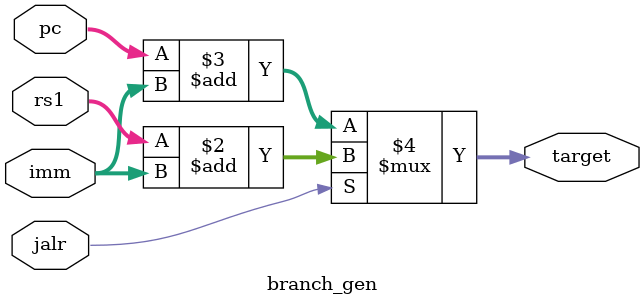
<source format=sv>
module branch_gen (
    input  logic [31:0] pc,
    input  logic [31:0] imm,
    input  logic [31:0] rs1,
    input  logic        jalr,
    output logic [31:0] target
);
  // All jumps and branches except jalr are pc-relative
  always_comb target = jalr ? (rs1 + imm) : (pc + imm);

endmodule

</source>
